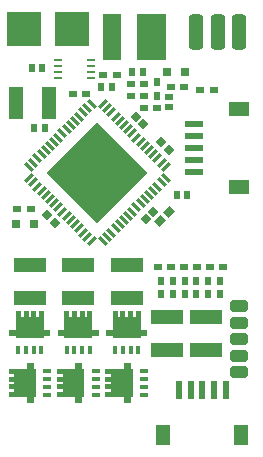
<source format=gbr>
%TF.GenerationSoftware,Altium Limited,Altium Designer,24.6.1 (21)*%
G04 Layer_Color=8421504*
%FSLAX26Y26*%
%MOIN*%
%TF.SameCoordinates,E3325630-42F2-41CE-953C-F4D0AC061200*%
%TF.FilePolarity,Positive*%
%TF.FileFunction,Paste,Top*%
%TF.Part,Single*%
G01*
G75*
%TA.AperFunction,SMDPad,CuDef*%
%ADD10R,0.062992X0.153543*%
%ADD11R,0.029528X0.023622*%
%ADD12R,0.031496X0.031496*%
%ADD13R,0.023622X0.025197*%
%ADD14R,0.118110X0.118110*%
%ADD15R,0.025197X0.023622*%
%ADD16R,0.023622X0.029528*%
G04:AMPARAMS|DCode=17|XSize=25.197mil|YSize=23.622mil|CornerRadius=0mil|HoleSize=0mil|Usage=FLASHONLY|Rotation=225.000|XOffset=0mil|YOffset=0mil|HoleType=Round|Shape=Rectangle|*
%AMROTATEDRECTD17*
4,1,4,0.000557,0.017260,0.017260,0.000557,-0.000557,-0.017260,-0.017260,-0.000557,0.000557,0.017260,0.0*
%
%ADD17ROTATEDRECTD17*%

G04:AMPARAMS|DCode=18|XSize=49.213mil|YSize=118.11mil|CornerRadius=12.303mil|HoleSize=0mil|Usage=FLASHONLY|Rotation=0.000|XOffset=0mil|YOffset=0mil|HoleType=Round|Shape=RoundedRectangle|*
%AMROUNDEDRECTD18*
21,1,0.049213,0.093504,0,0,0.0*
21,1,0.024606,0.118110,0,0,0.0*
1,1,0.024606,0.012303,-0.046752*
1,1,0.024606,-0.012303,-0.046752*
1,1,0.024606,-0.012303,0.046752*
1,1,0.024606,0.012303,0.046752*
%
%ADD18ROUNDEDRECTD18*%
G04:AMPARAMS|DCode=19|XSize=25.197mil|YSize=23.622mil|CornerRadius=0mil|HoleSize=0mil|Usage=FLASHONLY|Rotation=135.000|XOffset=0mil|YOffset=0mil|HoleType=Round|Shape=Rectangle|*
%AMROTATEDRECTD19*
4,1,4,0.017260,-0.000557,0.000557,-0.017260,-0.017260,0.000557,-0.000557,0.017260,0.017260,-0.000557,0.0*
%
%ADD19ROTATEDRECTD19*%

%ADD20P,0.334066X4X180.0*%
G04:AMPARAMS|DCode=21|XSize=33.858mil|YSize=10.236mil|CornerRadius=0mil|HoleSize=0mil|Usage=FLASHONLY|Rotation=135.000|XOffset=0mil|YOffset=0mil|HoleType=Round|Shape=Rectangle|*
%AMROTATEDRECTD21*
4,1,4,0.015590,-0.008352,0.008352,-0.015590,-0.015590,0.008352,-0.008352,0.015590,0.015590,-0.008352,0.0*
%
%ADD21ROTATEDRECTD21*%

G04:AMPARAMS|DCode=22|XSize=10.236mil|YSize=33.858mil|CornerRadius=0mil|HoleSize=0mil|Usage=FLASHONLY|Rotation=135.000|XOffset=0mil|YOffset=0mil|HoleType=Round|Shape=Rectangle|*
%AMROTATEDRECTD22*
4,1,4,0.015590,0.008352,-0.008352,-0.015590,-0.015590,-0.008352,0.008352,0.015590,0.015590,0.008352,0.0*
%
%ADD22ROTATEDRECTD22*%

G04:AMPARAMS|DCode=23|XSize=59.055mil|YSize=39.37mil|CornerRadius=9.842mil|HoleSize=0mil|Usage=FLASHONLY|Rotation=0.000|XOffset=0mil|YOffset=0mil|HoleType=Round|Shape=RoundedRectangle|*
%AMROUNDEDRECTD23*
21,1,0.059055,0.019685,0,0,0.0*
21,1,0.039370,0.039370,0,0,0.0*
1,1,0.019685,0.019685,-0.009843*
1,1,0.019685,-0.019685,-0.009843*
1,1,0.019685,-0.019685,0.009843*
1,1,0.019685,0.019685,0.009843*
%
%ADD23ROUNDEDRECTD23*%
%ADD24R,0.051181X0.106299*%
G04:AMPARAMS|DCode=26|XSize=23.622mil|YSize=9.842mil|CornerRadius=1.23mil|HoleSize=0mil|Usage=FLASHONLY|Rotation=180.000|XOffset=0mil|YOffset=0mil|HoleType=Round|Shape=RoundedRectangle|*
%AMROUNDEDRECTD26*
21,1,0.023622,0.007382,0,0,180.0*
21,1,0.021161,0.009842,0,0,180.0*
1,1,0.002461,-0.010581,0.003691*
1,1,0.002461,0.010581,0.003691*
1,1,0.002461,0.010581,-0.003691*
1,1,0.002461,-0.010581,-0.003691*
%
%ADD26ROUNDEDRECTD26*%
%TA.AperFunction,ConnectorPad*%
%ADD27R,0.062992X0.153543*%
%ADD28R,0.023622X0.061024*%
%ADD29R,0.047244X0.070866*%
%TA.AperFunction,SMDPad,CuDef*%
%ADD30R,0.013386X0.031496*%
%ADD31R,0.016535X0.025984*%
%ADD32R,0.106299X0.051181*%
%ADD33R,0.025984X0.016535*%
%ADD34R,0.031496X0.013386*%
G04:AMPARAMS|DCode=35|XSize=23.622mil|YSize=29.528mil|CornerRadius=0mil|HoleSize=0mil|Usage=FLASHONLY|Rotation=315.000|XOffset=0mil|YOffset=0mil|HoleType=Round|Shape=Rectangle|*
%AMROTATEDRECTD35*
4,1,4,-0.018791,-0.002088,0.002088,0.018791,0.018791,0.002088,-0.002088,-0.018791,-0.018791,-0.002088,0.0*
%
%ADD35ROTATEDRECTD35*%

%TA.AperFunction,ConnectorPad*%
%ADD36R,0.061024X0.023622*%
%ADD37R,0.070866X0.047244*%
G36*
X364336Y1013545D02*
X311442Y960652D01*
X258548Y1013545D01*
X311442Y1066439D01*
X364336Y1013545D01*
D02*
G37*
G36*
X447852Y930029D02*
X394959Y877135D01*
X342065Y930029D01*
X394959Y982923D01*
X447852Y930029D01*
D02*
G37*
G36*
X280820D02*
X227925Y877135D01*
X175032Y930029D01*
X227925Y982923D01*
X280820Y930029D01*
D02*
G37*
G36*
X364336Y846512D02*
X311442Y793619D01*
X258548Y846512D01*
X311442Y899406D01*
X364336Y846512D01*
D02*
G37*
G36*
X456102Y406299D02*
X477559D01*
Y383858D01*
X456102D01*
Y376772D01*
X362795D01*
Y383858D01*
X341339D01*
Y406299D01*
X362795D01*
Y467323D01*
X379331D01*
Y448819D01*
X388386D01*
Y467323D01*
X404921D01*
Y448819D01*
X413976D01*
Y467323D01*
X430512D01*
Y448819D01*
X439567D01*
Y467323D01*
X456102D01*
Y406299D01*
D02*
G37*
G36*
X294685D02*
X316142D01*
Y383858D01*
X294685D01*
Y376772D01*
X201378D01*
Y383858D01*
X179921D01*
Y406299D01*
X201378D01*
Y467323D01*
X217913D01*
Y448819D01*
X226969D01*
Y467323D01*
X243504D01*
Y448819D01*
X252559D01*
Y467323D01*
X269094D01*
Y448819D01*
X278150D01*
Y467323D01*
X294685D01*
Y406299D01*
D02*
G37*
G36*
X133268D02*
X154725D01*
Y383858D01*
X133268D01*
Y376772D01*
X39961D01*
Y383858D01*
X18504D01*
Y406299D01*
X39961D01*
Y467323D01*
X56496D01*
Y448819D01*
X65551D01*
Y467323D01*
X82087D01*
Y448819D01*
X91142D01*
Y467323D01*
X107677D01*
Y448819D01*
X116733D01*
Y467323D01*
X133268D01*
Y406299D01*
D02*
G37*
G36*
X422048Y275000D02*
X429134D01*
Y181693D01*
X422048D01*
Y160236D01*
X399607D01*
Y181693D01*
X338583D01*
Y198228D01*
X357087D01*
Y207284D01*
X338583D01*
Y223819D01*
X357087D01*
Y232874D01*
X338583D01*
Y249410D01*
X357087D01*
Y258465D01*
X338583D01*
Y275000D01*
X399607D01*
Y296457D01*
X422048D01*
Y275000D01*
D02*
G37*
G36*
X260630D02*
X267717D01*
Y181693D01*
X260630D01*
Y160236D01*
X238189D01*
Y181693D01*
X177166D01*
Y198228D01*
X195669D01*
Y207284D01*
X177166D01*
Y223819D01*
X195669D01*
Y232874D01*
X177166D01*
Y249410D01*
X195669D01*
Y258465D01*
X177166D01*
Y275000D01*
X238189D01*
Y296457D01*
X260630D01*
Y275000D01*
D02*
G37*
G36*
X99213D02*
X106299D01*
Y181693D01*
X99213D01*
Y160236D01*
X76772D01*
Y181693D01*
X15748D01*
Y198228D01*
X34252D01*
Y207284D01*
X15748D01*
Y223819D01*
X34252D01*
Y232874D01*
X15748D01*
Y249410D01*
X34252D01*
Y258465D01*
X15748D01*
Y275000D01*
X76772D01*
Y296457D01*
X99213D01*
Y275000D01*
D02*
G37*
D10*
X511811Y1381890D02*
D03*
D11*
X556102Y1216535D02*
D03*
X601378D02*
D03*
X89567Y807087D02*
D03*
X44291D02*
D03*
X510827Y1145669D02*
D03*
X465551D02*
D03*
X654528Y1204724D02*
D03*
X699803D02*
D03*
X229331Y1192913D02*
D03*
X274606D02*
D03*
X376969Y1255906D02*
D03*
X331693D02*
D03*
X422244Y1224409D02*
D03*
X467520D02*
D03*
Y1185040D02*
D03*
X422244D02*
D03*
X558071Y614173D02*
D03*
X512795D02*
D03*
X599409D02*
D03*
X644685D02*
D03*
X731299D02*
D03*
X686024D02*
D03*
D12*
X41339Y759842D02*
D03*
X100394D02*
D03*
X604331Y1263779D02*
D03*
X545275D02*
D03*
D13*
X92913Y1279528D02*
D03*
X127559D02*
D03*
X462205Y1263780D02*
D03*
X427559D02*
D03*
X359843Y1216535D02*
D03*
X325197D02*
D03*
X611811Y854331D02*
D03*
X577165D02*
D03*
X135433Y1078740D02*
D03*
X100787D02*
D03*
D14*
X66929Y1409449D02*
D03*
X228346D02*
D03*
D15*
X551181Y1182677D02*
D03*
Y1148032D02*
D03*
D16*
X511811Y1186024D02*
D03*
Y1231299D02*
D03*
X562992Y524606D02*
D03*
Y569882D02*
D03*
X641732D02*
D03*
Y524606D02*
D03*
X720472Y569882D02*
D03*
Y524606D02*
D03*
X523622D02*
D03*
Y569882D02*
D03*
X602362Y524606D02*
D03*
Y569882D02*
D03*
X681102Y524606D02*
D03*
Y569882D02*
D03*
D17*
X465005Y1090113D02*
D03*
X440507Y1114611D02*
D03*
X168767Y762857D02*
D03*
X144269Y787355D02*
D03*
X548768Y1006447D02*
D03*
X524270Y1030945D02*
D03*
D18*
X783465Y1397638D02*
D03*
X641732D02*
D03*
X712598D02*
D03*
D19*
X472003Y775153D02*
D03*
X496501Y799651D02*
D03*
D20*
X311442Y930029D02*
D03*
D21*
X83581Y949098D02*
D03*
X97500Y963018D02*
D03*
X111420Y976937D02*
D03*
X125339Y990857D02*
D03*
X139259Y1004776D02*
D03*
X153178Y1018696D02*
D03*
X167098Y1032615D02*
D03*
X181017Y1046534D02*
D03*
X194936Y1060454D02*
D03*
X208856Y1074373D02*
D03*
X222775Y1088293D02*
D03*
X236695Y1102212D02*
D03*
X250614Y1116132D02*
D03*
X264534Y1130051D02*
D03*
X278453Y1143970D02*
D03*
X292372Y1157890D02*
D03*
X525384Y897040D02*
D03*
X511464Y883120D02*
D03*
X497545Y869201D02*
D03*
X483625Y855282D02*
D03*
X469706Y841362D02*
D03*
X455786Y827443D02*
D03*
X441867Y813523D02*
D03*
X427948Y799604D02*
D03*
X414028Y785684D02*
D03*
X400109Y771765D02*
D03*
X386189Y757846D02*
D03*
X372270Y743926D02*
D03*
X358351Y730007D02*
D03*
X344431Y716087D02*
D03*
X330512Y702168D02*
D03*
X539303Y910959D02*
D03*
D22*
X292372Y702168D02*
D03*
X278453Y716087D02*
D03*
X264534Y730007D02*
D03*
X250614Y743926D02*
D03*
X236695Y757846D02*
D03*
X222775Y771765D02*
D03*
X208856Y785684D02*
D03*
X194936Y799604D02*
D03*
X181017Y813523D02*
D03*
X167098Y827443D02*
D03*
X153178Y841362D02*
D03*
X139259Y855282D02*
D03*
X125339Y869201D02*
D03*
X111420Y883120D02*
D03*
X97500Y897040D02*
D03*
X83581Y910959D02*
D03*
X330512Y1157890D02*
D03*
X344431Y1143970D02*
D03*
X358351Y1130051D02*
D03*
X372270Y1116132D02*
D03*
X386189Y1102212D02*
D03*
X414028Y1074373D02*
D03*
X427948Y1060454D02*
D03*
X441867Y1046534D02*
D03*
X455786Y1032615D02*
D03*
X469706Y1018696D02*
D03*
X483625Y1004776D02*
D03*
X497545Y990857D02*
D03*
X511464Y976937D02*
D03*
X525384Y963018D02*
D03*
X539303Y949098D02*
D03*
X400109Y1088293D02*
D03*
D23*
X783465Y263779D02*
D03*
Y318897D02*
D03*
Y374016D02*
D03*
Y429134D02*
D03*
Y484252D02*
D03*
D24*
X149606Y1161417D02*
D03*
X39370D02*
D03*
D26*
X181102Y1246063D02*
D03*
Y1265748D02*
D03*
Y1285433D02*
D03*
Y1305118D02*
D03*
X291339D02*
D03*
Y1285433D02*
D03*
Y1265748D02*
D03*
Y1246063D02*
D03*
D27*
X360236Y1381890D02*
D03*
X474409D02*
D03*
D28*
X582677Y205984D02*
D03*
X661417D02*
D03*
X700787D02*
D03*
X740157D02*
D03*
X622047D02*
D03*
D29*
X531496Y53425D02*
D03*
X791338D02*
D03*
D30*
X125001Y447639D02*
D03*
X99411D02*
D03*
X73819D02*
D03*
X48229D02*
D03*
X209646D02*
D03*
X235236D02*
D03*
X260828D02*
D03*
X286418D02*
D03*
X371063D02*
D03*
X396653D02*
D03*
X422245D02*
D03*
X447835D02*
D03*
D31*
X99410Y338583D02*
D03*
X73819D02*
D03*
X125000D02*
D03*
X48229D02*
D03*
X209646D02*
D03*
X286417D02*
D03*
X235236D02*
D03*
X260827D02*
D03*
X371063D02*
D03*
X447835D02*
D03*
X396654D02*
D03*
X422244D02*
D03*
D32*
X673228Y338583D02*
D03*
Y448819D02*
D03*
X86614Y622047D02*
D03*
Y511811D02*
D03*
X543307Y338583D02*
D03*
Y448819D02*
D03*
X409449Y622047D02*
D03*
Y511811D02*
D03*
X248031Y622047D02*
D03*
Y511811D02*
D03*
D33*
X144488Y215551D02*
D03*
X305906Y189961D02*
D03*
Y266732D02*
D03*
Y215551D02*
D03*
Y241142D02*
D03*
X144488Y189961D02*
D03*
X144488Y266732D02*
D03*
X144488Y241142D02*
D03*
X467323Y189961D02*
D03*
Y266732D02*
D03*
Y215551D02*
D03*
Y241142D02*
D03*
D34*
X196850Y189961D02*
D03*
Y215551D02*
D03*
Y241143D02*
D03*
Y266733D02*
D03*
X35432Y189961D02*
D03*
Y215551D02*
D03*
Y241143D02*
D03*
Y266733D02*
D03*
X358267Y189961D02*
D03*
Y215551D02*
D03*
Y241143D02*
D03*
Y266733D02*
D03*
D35*
X551440Y799472D02*
D03*
X519426Y767457D02*
D03*
D36*
X632598Y972441D02*
D03*
Y1090551D02*
D03*
Y1051181D02*
D03*
Y1011811D02*
D03*
Y933071D02*
D03*
D37*
X785158Y1141732D02*
D03*
Y881890D02*
D03*
%TF.MD5,26995d36ad0e38e353ef5398fc9d2a02*%
M02*

</source>
